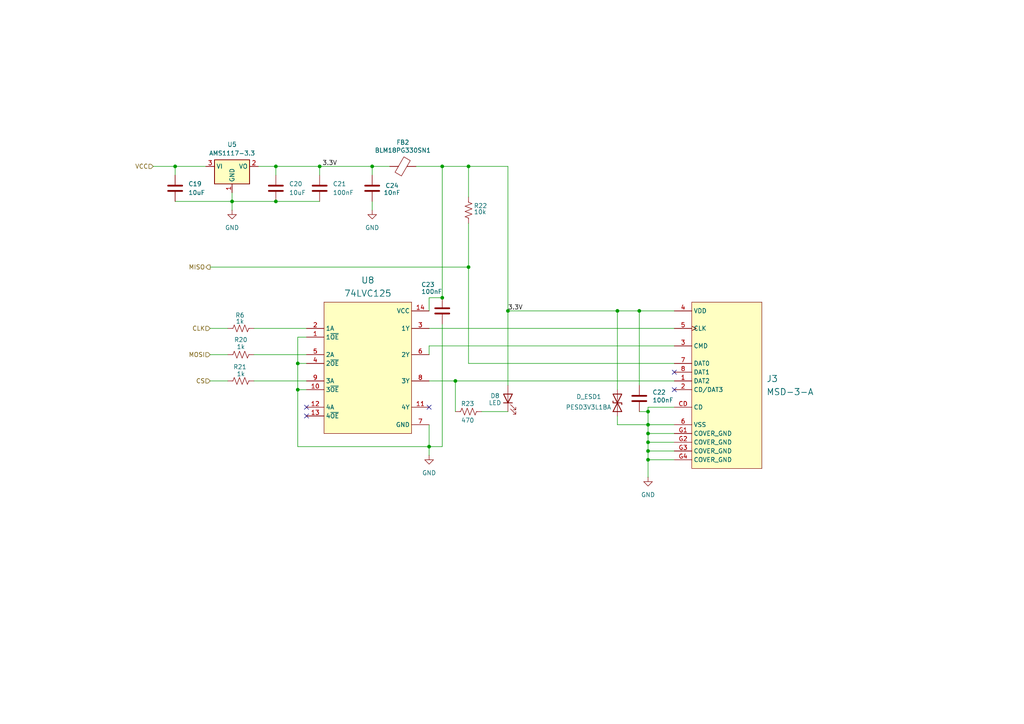
<source format=kicad_sch>
(kicad_sch (version 20250114) (generator "eeschema") (generator_version "9.0")
  (paper "A4")
  (lib_symbols
    (symbol "74LVC125APW_118:74LVC125APW,118"
      (property "Reference" "U" (at -1.27 1.27 0))
      (property "Value" "*" (at -1.27 -3.81 0))
      (symbol "74LVC125APW,118_1_0"
        (rectangle (start 12.7 20.32) (end -12.7 -17.78) (stroke (width 0) (color 128 0 0 1)) (fill (type background)))
        (pin input line (at -17.78 12.7 0) (length 5.08) (name "1A") (number "2"))
        (pin input line (at -17.78 10.16 0) (length 5.08) (name "1~{OE}") (number "1"))
        (pin input line (at -17.78 5.08 0) (length 5.08) (name "2A") (number "5"))
        (pin input line (at -17.78 2.54 0) (length 5.08) (name "2~{OE}") (number "4"))
        (pin input line (at -17.78 -2.54 0) (length 5.08) (name "3A") (number "9"))
        (pin input line (at -17.78 -5.08 0) (length 5.08) (name "3~{OE}") (number "10"))
        (pin input line (at -17.78 -10.16 0) (length 5.08) (name "4A") (number "12"))
        (pin input line (at -17.78 -12.7 0) (length 5.08) (name "4~{OE}") (number "13"))
        (pin power_in line (at 17.78 17.78 180) (length 5.08) (name "VCC") (number "14"))
        (pin output line (at 17.78 12.7 180) (length 5.08) (name "1Y") (number "3"))
        (pin output line (at 17.78 5.08 180) (length 5.08) (name "2Y") (number "6"))
        (pin output line (at 17.78 -2.54 180) (length 5.08) (name "3Y") (number "8"))
        (pin output line (at 17.78 -10.16 180) (length 5.08) (name "4Y") (number "11"))
        (pin power_in line (at 17.78 -15.24 180) (length 5.08) (name "GND") (number "7"))
      )
    )
    (symbol "Device:C" (pin_numbers (hide yes)) (pin_names (offset 0.254))
      (property "Reference" "C" (at 0.635 2.54 0))
      (property "Value" "C" (at 0.635 -2.54 0))
      (symbol "C_0_1"
        (polyline (pts (xy -2.032 0.762) (xy 2.032 0.762)) (stroke (width 0.508)))
        (polyline (pts (xy -2.032 -0.762) (xy 2.032 -0.762)) (stroke (width 0.508)))
      )
      (symbol "C_1_1"
        (pin passive line (at 0 3.81 270) (length 2.794) (name "~") (number "1"))
        (pin passive line (at 0 -3.81 90) (length 2.794) (name "~") (number "2"))
      )
    )
    (symbol "Device:D_TVS" (pin_numbers (hide yes)) (pin_names (offset 1.016) (hide yes))
      (property "Reference" "D" (at 0 2.54 0))
      (property "Value" "D_TVS" (at 0 -2.54 0))
      (symbol "D_TVS_0_1"
        (polyline (pts (xy -2.54 1.27) (xy -2.54 -1.27) (xy 2.54 1.27) (xy 2.54 -1.27) (xy -2.54 1.27)) (stroke (width 0.254)))
        (polyline (pts (xy 0.508 1.27) (xy 0 1.27) (xy 0 -1.27) (xy -0.508 -1.27)) (stroke (width 0.254)))
        (polyline (pts (xy 1.27 0) (xy -1.27 0)))
      )
      (symbol "D_TVS_1_1"
        (pin passive line (at -3.81 0 0) (length 2.54) (name "A1") (number "1"))
        (pin passive line (at 3.81 0 180) (length 2.54) (name "A2") (number "2"))
      )
    )
    (symbol "Device:FerriteBead" (pin_numbers (hide yes)) (pin_names (offset 0))
      (property "Reference" "FB" (at -3.81 0.635 90))
      (property "Value" "FerriteBead" (at 3.81 0 90))
      (symbol "FerriteBead_0_1"
        (polyline (pts (xy -2.7686 0.4064) (xy -1.7018 2.2606) (xy 2.7686 -0.3048) (xy 1.6764 -2.159) (xy -2.7686 0.4064)))
        (polyline (pts (xy 0 1.27) (xy 0 1.2954)))
        (polyline (pts (xy 0 -1.27) (xy 0 -1.2192)))
      )
      (symbol "FerriteBead_1_1"
        (pin passive line (at 0 3.81 270) (length 2.54) (name "~") (number "1"))
        (pin passive line (at 0 -3.81 90) (length 2.54) (name "~") (number "2"))
      )
    )
    (symbol "Device:LED" (pin_numbers (hide yes)) (pin_names (offset 1.016) (hide yes))
      (property "Reference" "D" (at 0 2.54 0))
      (property "Value" "LED" (at 0 -2.54 0))
      (symbol "LED_0_1"
        (polyline (pts (xy -3.048 -0.762) (xy -4.572 -2.286) (xy -3.81 -2.286) (xy -4.572 -2.286) (xy -4.572 -1.524)))
        (polyline (pts (xy -1.778 -0.762) (xy -3.302 -2.286) (xy -2.54 -2.286) (xy -3.302 -2.286) (xy -3.302 -1.524)))
        (polyline (pts (xy -1.27 0) (xy 1.27 0)))
        (polyline (pts (xy -1.27 -1.27) (xy -1.27 1.27)) (stroke (width 0.254)))
        (polyline (pts (xy 1.27 -1.27) (xy 1.27 1.27) (xy -1.27 0) (xy 1.27 -1.27)) (stroke (width 0.254)))
      )
      (symbol "LED_1_1"
        (pin passive line (at -3.81 0 0) (length 2.54) (name "K") (number "1"))
        (pin passive line (at 3.81 0 180) (length 2.54) (name "A") (number "2"))
      )
    )
    (symbol "Device:R_US" (pin_numbers (hide yes)) (pin_names (offset 0))
      (property "Reference" "R" (at 2.54 0 90))
      (property "Value" "R_US" (at -2.54 0 90))
      (symbol "R_US_0_1"
        (polyline (pts (xy 0 2.286) (xy 0 2.54)))
        (polyline (pts (xy 0 2.286) (xy 1.016 1.905) (xy 0 1.524) (xy -1.016 1.143) (xy 0 0.762)))
        (polyline (pts (xy 0 0.762) (xy 1.016 0.381) (xy 0 0) (xy -1.016 -0.381) (xy 0 -0.762)))
        (polyline (pts (xy 0 -0.762) (xy 1.016 -1.143) (xy 0 -1.524) (xy -1.016 -1.905) (xy 0 -2.286)))
        (polyline (pts (xy 0 -2.286) (xy 0 -2.54)))
      )
      (symbol "R_US_1_1"
        (pin passive line (at 0 3.81 270) (length 1.27) (name "~") (number "1"))
        (pin passive line (at 0 -3.81 90) (length 1.27) (name "~") (number "2"))
      )
    )
    (symbol "MSD-3-A:MSD-3-A"
      (property "Reference" "J" (at -1.27 1.27 0))
      (property "Value" "*" (at -1.27 -3.81 0))
      (symbol "MSD-3-A_1_0"
        (rectangle (start 10.16 20.32) (end -10.16 -27.94) (stroke (width 0) (color 128 0 0 1)) (fill (type background)))
        (pin power_in line (at -15.24 17.78 0) (length 5.08) (name "VDD") (number "4"))
        (pin input clock (at -15.24 12.7 0) (length 5.08) (name "CLK") (number "5"))
        (pin bidirectional line (at -15.24 7.62 0) (length 5.08) (name "CMD") (number "3"))
        (pin bidirectional line (at -15.24 2.54 0) (length 5.08) (name "DAT0") (number "7"))
        (pin bidirectional line (at -15.24 0 0) (length 5.08) (name "DAT1") (number "8"))
        (pin bidirectional line (at -15.24 -2.54 0) (length 5.08) (name "DAT2") (number "1"))
        (pin bidirectional line (at -15.24 -5.08 0) (length 5.08) (name "CD/DAT3") (number "2"))
        (pin passive line (at -15.24 -10.16 0) (length 5.08) (name "CD") (number "CD"))
        (pin power_in line (at -15.24 -15.24 0) (length 5.08) (name "VSS") (number "6"))
        (pin power_in line (at -15.24 -17.78 0) (length 5.08) (name "COVER_GND") (number "G1"))
        (pin power_in line (at -15.24 -20.32 0) (length 5.08) (name "COVER_GND") (number "G2"))
        (pin power_in line (at -15.24 -22.86 0) (length 5.08) (name "COVER_GND") (number "G3"))
        (pin power_in line (at -15.24 -25.4 0) (length 5.08) (name "COVER_GND") (number "G4"))
      )
    )
    (symbol "Regulator_Linear:AMS1117-3.3"
      (property "Reference" "U" (at -3.81 3.175 0))
      (property "Value" "AMS1117-3.3" (at 0 3.175 0))
      (symbol "AMS1117-3.3_0_1"
        (rectangle (start -5.08 -5.08) (end 5.08 1.905) (stroke (width 0.254)) (fill (type background)))
      )
      (symbol "AMS1117-3.3_1_1"
        (pin power_in line (at -7.62 0 0) (length 2.54) (name "VI") (number "3"))
        (pin power_in line (at 0 -7.62 90) (length 2.54) (name "GND") (number "1"))
        (pin power_out line (at 7.62 0 180) (length 2.54) (name "VO") (number "2"))
      )
    )
    (symbol "power:GND" (power) (pin_numbers (hide yes)) (pin_names (offset 0) (hide yes))
      (property "Value" "GND" (at 0 -3.81 0))
      (symbol "GND_0_1"
        (polyline (pts (xy 0 0) (xy 0 -1.27) (xy 1.27 -1.27) (xy 0 -2.54) (xy -1.27 -1.27) (xy 0 -1.27)))
      )
      (symbol "GND_1_1"
        (pin power_in line (at 0 0 270) (length 0) (name "~") (number "1"))
      )
    )
  )
  (junction (at 135.89 77.47))
  (junction (at 132.08 110.49))
  (junction (at 80.01 48.26))
  (junction (at 135.89 48.26))
  (junction (at 185.42 90.17))
  (junction (at 187.96 123.19))
  (junction (at 50.8 48.26))
  (junction (at 128.27 48.26))
  (junction (at 92.71 48.26))
  (junction (at 179.07 90.17))
  (junction (at 187.96 125.73))
  (junction (at 187.96 133.35))
  (junction (at 187.96 128.27))
  (junction (at 124.46 129.54))
  (junction (at 128.27 86.36))
  (junction (at 86.36 105.41))
  (junction (at 187.96 119.38))
  (junction (at 67.31 58.42))
  (junction (at 147.32 90.17))
  (junction (at 107.95 48.26))
  (junction (at 86.36 113.03))
  (junction (at 187.96 130.81))
  (junction (at 80.01 58.42))
  (no_connect (at 88.9 118.11))
  (no_connect (at 195.58 107.95))
  (no_connect (at 88.9 120.65))
  (no_connect (at 124.46 118.11))
  (no_connect (at 195.58 113.03))
  (wire (pts (xy 86.36 113.03) (xy 88.9 113.03)))
  (wire (pts (xy 128.27 93.98) (xy 128.27 129.54)))
  (wire (pts (xy 187.96 128.27) (xy 195.58 128.27)))
  (wire (pts (xy 60.96 95.25) (xy 66.04 95.25)))
  (wire (pts (xy 128.27 48.26) (xy 135.89 48.26)))
  (wire (pts (xy 92.71 48.26) (xy 107.95 48.26)))
  (wire (pts (xy 92.71 48.26) (xy 80.01 48.26)))
  (wire (pts (xy 86.36 105.41) (xy 88.9 105.41)))
  (wire (pts (xy 147.32 90.17) (xy 147.32 111.76)))
  (wire (pts (xy 86.36 97.79) (xy 86.36 105.41)))
  (wire (pts (xy 185.42 90.17) (xy 195.58 90.17)))
  (wire (pts (xy 139.7 119.38) (xy 147.32 119.38)))
  (wire (pts (xy 124.46 123.19) (xy 124.46 129.54)))
  (wire (pts (xy 179.07 90.17) (xy 179.07 113.03)))
  (wire (pts (xy 179.07 123.19) (xy 187.96 123.19)))
  (wire (pts (xy 67.31 58.42) (xy 80.01 58.42)))
  (wire (pts (xy 124.46 86.36) (xy 124.46 90.17)))
  (wire (pts (xy 92.71 50.8) (xy 92.71 48.26)))
  (wire (pts (xy 60.96 77.47) (xy 135.89 77.47)))
  (wire (pts (xy 135.89 48.26) (xy 135.89 57.15)))
  (wire (pts (xy 50.8 48.26) (xy 50.8 50.8)))
  (wire (pts (xy 60.96 102.87) (xy 66.04 102.87)))
  (wire (pts (xy 86.36 105.41) (xy 86.36 113.03)))
  (wire (pts (xy 135.89 105.41) (xy 195.58 105.41)))
  (wire (pts (xy 147.32 48.26) (xy 147.32 90.17)))
  (wire (pts (xy 44.45 48.26) (xy 50.8 48.26)))
  (wire (pts (xy 179.07 123.19) (xy 179.07 120.65)))
  (wire (pts (xy 185.42 90.17) (xy 185.42 111.76)))
  (wire (pts (xy 147.32 90.17) (xy 179.07 90.17)))
  (wire (pts (xy 86.36 129.54) (xy 124.46 129.54)))
  (wire (pts (xy 124.46 110.49) (xy 132.08 110.49)))
  (wire (pts (xy 187.96 123.19) (xy 195.58 123.19)))
  (wire (pts (xy 124.46 95.25) (xy 195.58 95.25)))
  (wire (pts (xy 67.31 55.88) (xy 67.31 58.42)))
  (wire (pts (xy 187.96 133.35) (xy 195.58 133.35)))
  (wire (pts (xy 124.46 100.33) (xy 124.46 102.87)))
  (wire (pts (xy 187.96 133.35) (xy 187.96 138.43)))
  (wire (pts (xy 187.96 118.11) (xy 195.58 118.11)))
  (wire (pts (xy 179.07 90.17) (xy 185.42 90.17)))
  (wire (pts (xy 187.96 125.73) (xy 195.58 125.73)))
  (wire (pts (xy 135.89 77.47) (xy 135.89 105.41)))
  (wire (pts (xy 128.27 129.54) (xy 124.46 129.54)))
  (wire (pts (xy 132.08 110.49) (xy 132.08 119.38)))
  (wire (pts (xy 128.27 86.36) (xy 124.46 86.36)))
  (wire (pts (xy 120.65 48.26) (xy 128.27 48.26)))
  (wire (pts (xy 107.95 58.42) (xy 107.95 60.96)))
  (wire (pts (xy 128.27 48.26) (xy 128.27 86.36)))
  (wire (pts (xy 50.8 48.26) (xy 59.69 48.26)))
  (wire (pts (xy 187.96 128.27) (xy 187.96 125.73)))
  (wire (pts (xy 187.96 130.81) (xy 195.58 130.81)))
  (wire (pts (xy 80.01 58.42) (xy 92.71 58.42)))
  (wire (pts (xy 73.66 102.87) (xy 88.9 102.87)))
  (wire (pts (xy 187.96 130.81) (xy 187.96 133.35)))
  (wire (pts (xy 132.08 110.49) (xy 195.58 110.49)))
  (wire (pts (xy 187.96 118.11) (xy 187.96 119.38)))
  (wire (pts (xy 50.8 58.42) (xy 67.31 58.42)))
  (wire (pts (xy 135.89 48.26) (xy 147.32 48.26)))
  (wire (pts (xy 187.96 128.27) (xy 187.96 130.81)))
  (wire (pts (xy 73.66 95.25) (xy 88.9 95.25)))
  (wire (pts (xy 107.95 48.26) (xy 107.95 50.8)))
  (wire (pts (xy 80.01 48.26) (xy 80.01 50.8)))
  (wire (pts (xy 124.46 100.33) (xy 195.58 100.33)))
  (wire (pts (xy 74.93 48.26) (xy 80.01 48.26)))
  (wire (pts (xy 88.9 97.79) (xy 86.36 97.79)))
  (wire (pts (xy 67.31 58.42) (xy 67.31 60.96)))
  (wire (pts (xy 185.42 119.38) (xy 187.96 119.38)))
  (wire (pts (xy 187.96 119.38) (xy 187.96 123.19)))
  (wire (pts (xy 86.36 113.03) (xy 86.36 129.54)))
  (wire (pts (xy 60.96 110.49) (xy 66.04 110.49)))
  (wire (pts (xy 124.46 129.54) (xy 124.46 132.08)))
  (wire (pts (xy 135.89 64.77) (xy 135.89 77.47)))
  (wire (pts (xy 187.96 123.19) (xy 187.96 125.73)))
  (wire (pts (xy 107.95 48.26) (xy 113.03 48.26)))
  (wire (pts (xy 73.66 110.49) (xy 88.9 110.49)))
  (label "3.3V" (at 147.32 90.17 0))
  (label "3.3V" (at 97.79 48.26 180))
  (hierarchical_label "CS" (shape input) (at 60.96 110.49 180))
  (hierarchical_label "MISO" (shape output) (at 60.96 77.47 180))
  (hierarchical_label "VCC" (shape input) (at 44.45 48.26 180))
  (hierarchical_label "MOSI" (shape input) (at 60.96 102.87 180))
  (hierarchical_label "CLK" (shape input) (at 60.96 95.25 180))
  (symbol (lib_id "Device:D_TVS") (at 179.07 116.84 90) (unit 1)
    (property "Reference" "D_ESD1" (at 167.132 115.062 90) (effects (justify right)))
    (property "Value" "PESD3V3L1BA" (at 164.084 118.11 90) (effects (justify right)))
    (property "Footprint" "Diode_SMD:D_SMA" (effects (hide yes)))
    (property "Description" "Bidirectional transient-voltage-suppression diode" (effects (hide yes)))
  )
  (symbol (lib_id "Device:R_US") (at 69.85 110.49 90) (unit 1)
    (property "Reference" "R21" (at 69.596 106.426 90))
    (property "Value" "1k" (at 69.85 108.458 90))
    (property "Footprint" "Resistor_SMD:R_0805_2012Metric" (effects (hide yes)))
    (property "Description" "Resistor, US symbol" (effects (hide yes)))
  )
  (symbol (lib_id "power:GND") (at 67.31 60.96 0) (unit 1)
    (property "Reference" "#PWR01" (effects (hide yes)))
    (property "Value" "GND" (at 67.31 66.04 0))
    (property "Description" "Power symbol creates a global label with name \"GND\" , ground" (effects (hide yes)))
  )
  (symbol (lib_id "Device:LED") (at 147.32 115.57 90) (unit 1)
    (property "Reference" "D8" (at 142.24 114.808 90) (effects (justify right)))
    (property "Value" "LED" (at 141.732 116.84 90) (effects (justify right)))
    (property "Footprint" "LED_SMD:LED_0805_2012Metric" (effects (hide yes)))
    (property "Description" "Light emitting diode" (effects (hide yes)))
    (property "Sim.Pins" "1=K 2=A" (effects (hide yes)))
  )
  (symbol (lib_id "power:GND") (at 107.95 60.96 0) (unit 1)
    (property "Reference" "#PWR058" (effects (hide yes)))
    (property "Value" "GND" (at 107.95 66.04 0))
    (property "Description" "Power symbol creates a global label with name \"GND\" , ground" (effects (hide yes)))
  )
  (symbol (lib_id "Device:R_US") (at 69.85 102.87 90) (unit 1)
    (property "Reference" "R20" (at 69.85 98.552 90))
    (property "Value" "1k" (at 69.85 100.584 90))
    (property "Footprint" "Resistor_SMD:R_0805_2012Metric" (effects (hide yes)))
    (property "Description" "Resistor, US symbol" (effects (hide yes)))
  )
  (symbol (lib_id "Device:C") (at 107.95 54.61 0) (unit 1)
    (property "Reference" "C24" (at 111.76 53.848 0) (effects (justify left)))
    (property "Value" "10nF" (at 111.252 55.88 0) (effects (justify left)))
    (property "Footprint" "Capacitor_SMD:C_0805_2012Metric" (effects (hide yes)))
    (property "Description" "Unpolarized capacitor" (effects (hide yes)))
    (property "Farnell" "1833846" (effects (hide yes)))
  )
  (symbol (lib_id "Device:C") (at 92.71 54.61 0) (unit 1)
    (property "Reference" "C21" (at 96.52 53.3399 0) (effects (justify left)))
    (property "Value" "100nF" (at 96.52 55.8799 0) (effects (justify left)))
    (property "Footprint" "Capacitor_SMD:C_0805_2012Metric" (effects (hide yes)))
    (property "Description" "Unpolarized capacitor" (effects (hide yes)))
  )
  (symbol (lib_id "Device:C") (at 50.8 54.61 0) (unit 1)
    (property "Reference" "C19" (at 54.61 53.3399 0) (effects (justify left)))
    (property "Value" "10uF" (at 54.61 55.8799 0) (effects (justify left)))
    (property "Footprint" "Capacitor_SMD:C_0805_2012Metric" (effects (hide yes)))
    (property "Description" "Unpolarized capacitor" (effects (hide yes)))
  )
  (symbol (lib_id "Device:R_US") (at 135.89 60.96 180) (unit 1)
    (property "Reference" "R22" (at 137.414 59.69 0) (effects (justify right)))
    (property "Value" "10k" (at 137.414 61.468 0) (effects (justify right)))
    (property "Footprint" "Resistor_SMD:R_0805_2012Metric" (effects (hide yes)))
    (property "Description" "Resistor, US symbol" (effects (hide yes)))
  )
  (symbol (lib_id "MSD-3-A:MSD-3-A") (at 210.82 107.95 0) (unit 1)
    (property "Reference" "J3" (at 222.25 109.8549 0) (effects (font (size 1.8288 1.8288)) (justify left)))
    (property "Value" "MSD-3-A" (at 222.25 113.6649 0) (effects (font (size 1.8288 1.8288)) (justify left)))
    (property "Footprint" "MSD-3-A:CUI_MSD-3-A" (effects (hide yes)))
    (property "Description" "Micro SD Card Connector, 9 Positions, Connector and Ejector, Push In, Auto Eject Out, Surface Mount, 0.95 mm Height Above Board, Gold Flash" (effects (hide yes)))
    (property "SnapEDA_Link" "https://www.snapeda.com/parts/MSD-3-A/Same+Sky/view-part/?ref=snap" (effects (hide yes)))
    (property "Package" "None" (effects (hide yes)))
    (property "ALTIUM_VALUE" "*" (effects (hide yes)))
    (property "MF" "Same Sky" (effects (hide yes)))
    (property "MP" "MSD-3-A" (effects (hide yes)))
    (property "Check_prices" "https://www.snapeda.com/parts/MSD-3-A/Same+Sky/view-part/?ref=eda" (effects (hide yes)))
  )
  (symbol (lib_id "74LVC125APW_118:74LVC125APW,118") (at 106.68 107.95 0) (unit 1)
    (property "Reference" "U8" (at 106.68 81.28 0) (effects (font (size 1.8288 1.8288))))
    (property "Value" "74LVC125" (at 106.68 85.09 0) (effects (font (size 1.8288 1.8288))))
    (property "Footprint" "74LVC125APW_118:IC_74LVC125APW,118" (effects (hide yes)))
    (property "Description" "Buffer, Non-Inverting 4 Element 1 Bit per Element 3-State Output 14-TSSOP" (effects (hide yes)))
    (property "SnapEDA_Link" "https://www.snapeda.com/parts/74LVC125APW,118/Nexperia/view-part/?ref=snap" (effects (hide yes)))
    (property "Package" "TSSOP14-14 Nexperia USA Inc." (effects (hide yes)))
    (property "ALTIUM_VALUE" "*" (effects (hide yes)))
    (property "MF" "Nexperia USA Inc." (effects (hide yes)))
    (property "MP" "74LVC125APW,118" (effects (hide yes)))
    (property "Check_prices" "https://www.snapeda.com/parts/74LVC125APW,118/Nexperia/view-part/?ref=eda" (effects (hide yes)))
  )
  (symbol (lib_id "power:GND") (at 187.96 138.43 0) (unit 1)
    (property "Reference" "#PWR011" (effects (hide yes)))
    (property "Value" "GND" (at 187.96 143.51 0))
    (property "Description" "Power symbol creates a global label with name \"GND\" , ground" (effects (hide yes)))
  )
  (symbol (lib_id "Device:C") (at 80.01 54.61 0) (unit 1)
    (property "Reference" "C20" (at 83.82 53.3399 0) (effects (justify left)))
    (property "Value" "10uF" (at 83.82 55.8799 0) (effects (justify left)))
    (property "Footprint" "Capacitor_SMD:C_0805_2012Metric" (effects (hide yes)))
    (property "Description" "Unpolarized capacitor" (effects (hide yes)))
  )
  (symbol (lib_id "Device:R_US") (at 69.85 95.25 90) (unit 1)
    (property "Reference" "R6" (at 69.596 91.44 90))
    (property "Value" "1k" (at 69.596 93.218 90))
    (property "Footprint" "Resistor_SMD:R_0805_2012Metric" (effects (hide yes)))
    (property "Description" "Resistor, US symbol" (effects (hide yes)))
  )
  (symbol (lib_id "Device:C") (at 185.42 115.57 0) (unit 1)
    (property "Reference" "C22" (at 189.23 113.792 0) (effects (justify left)))
    (property "Value" "100nF" (at 189.23 116.078 0) (effects (justify left)))
    (property "Footprint" "Capacitor_SMD:C_0805_2012Metric" (effects (hide yes)))
    (property "Description" "Unpolarized capacitor" (effects (hide yes)))
  )
  (symbol (lib_id "power:GND") (at 124.46 132.08 0) (unit 1)
    (property "Reference" "#PWR057" (effects (hide yes)))
    (property "Value" "GND" (at 124.46 137.16 0))
    (property "Description" "Power symbol creates a global label with name \"GND\" , ground" (effects (hide yes)))
  )
  (symbol (lib_id "Device:R_US") (at 135.89 119.38 90) (unit 1)
    (property "Reference" "R23" (at 135.636 117.094 90))
    (property "Value" "470" (at 135.636 121.92 90))
    (property "Footprint" "Resistor_SMD:R_0805_2012Metric" (effects (hide yes)))
    (property "Description" "Resistor, US symbol" (effects (hide yes)))
  )
  (symbol (lib_id "Regulator_Linear:AMS1117-3.3") (at 67.31 48.26 0) (unit 1)
    (property "Reference" "U5" (at 67.31 41.91 0))
    (property "Value" "AMS1117-3.3" (at 67.31 44.45 0))
    (property "Footprint" "Package_TO_SOT_SMD:SOT-223-3_TabPin2" (effects (hide yes)))
    (property "Datasheet" "http://www.advanced-monolithic.com/pdf/ds1117.pdf" (effects (hide yes)))
    (property "Description" "1A Low Dropout regulator, positive, 3.3V fixed output, SOT-223" (effects (hide yes)))
  )
  (symbol (lib_id "Device:FerriteBead") (at 116.84 48.26 90) (unit 1)
    (property "Reference" "FB2" (at 116.84 41.3004 90))
    (property "Value" "BLM18PG330SN1" (at 116.84 43.6118 90))
    (property "Footprint" "Inductor_SMD:L_0603_1608Metric_Pad1.05x0.95mm_HandSolder" (effects (hide yes)))
    (property "Description" "Ferrite bead" (effects (hide yes)))
    (property "Farnell" "1515742" (effects (hide yes)))
  )
  (symbol (lib_id "Device:C") (at 128.27 90.17 0) (unit 1)
    (property "Reference" "C23" (at 122.174 82.55 0) (effects (justify left)))
    (property "Value" "100nF" (at 122.174 84.582 0) (effects (justify left)))
    (property "Footprint" "Capacitor_SMD:C_0805_2012Metric" (effects (hide yes)))
    (property "Description" "Unpolarized capacitor" (effects (hide yes)))
  )
)
</source>
